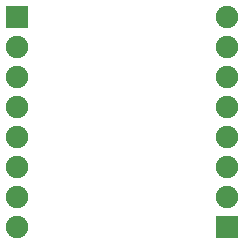
<source format=gbs>
G04 DipTrace 3.0.0.2*
G04 PCBFR2311.gbs*
%MOIN*%
G04 #@! TF.FileFunction,Soldermask,Bot*
G04 #@! TF.Part,Single*
%ADD30C,0.074929*%
%ADD32R,0.074929X0.074929*%
%FSLAX26Y26*%
G04*
G70*
G90*
G75*
G01*
G04 BotMask*
%LPD*%
D32*
X499000Y1250249D3*
D30*
Y1150249D3*
Y1050249D3*
Y950249D3*
Y850249D3*
Y750249D3*
Y650249D3*
Y550249D3*
D32*
X1199000D3*
D30*
Y650249D3*
Y750249D3*
Y850249D3*
Y950249D3*
Y1050249D3*
Y1150249D3*
Y1250249D3*
M02*

</source>
